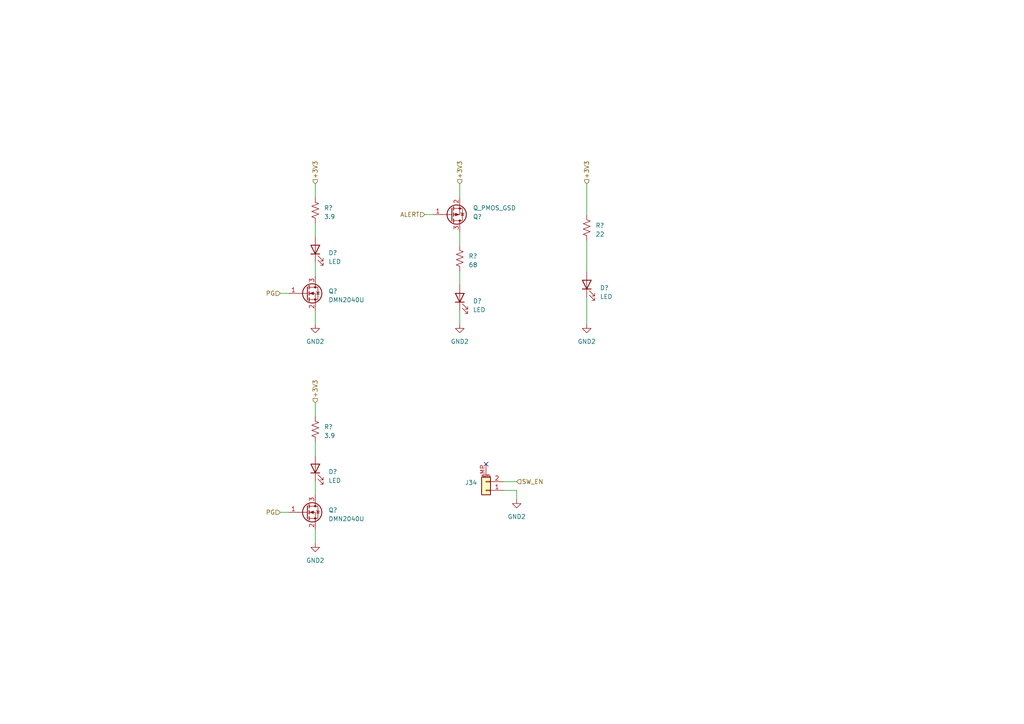
<source format=kicad_sch>
(kicad_sch (version 20230121) (generator eeschema)
  (paper "A4")
  (lib_symbols
    (symbol "Connector_Generic_MountingPin:Conn_01x02_MountingPin" (pin_names (offset 1.016) hide)
      (property "Reference" "J" (at 0 2.54 0))
      (property "Value" "Conn_01x02_MountingPin" (at 1.27 -5.08 0))
      (symbol "Conn_01x02_MountingPin_1_1"
        (rectangle (start -1.27 -2.413) (end 0 -2.667) (stroke (width 0.1524)))
        (rectangle (start -1.27 0.127) (end 0 -0.127) (stroke (width 0.1524)))
        (rectangle (start -1.27 1.27) (end 1.27 -3.81) (stroke (width 0.254)) (fill (type background)))
        (polyline (pts (xy -1.016 -4.572) (xy 1.016 -4.572)) (stroke (width 0.1524)))
        (text "Mounting" (at 0 -4.191 0) (effects (font (size 0.381 0.381))))
        (pin passive line (at -5.08 0 0) (length 3.81) (name "Pin_1") (number "1"))
        (pin passive line (at -5.08 -2.54 0) (length 3.81) (name "Pin_2") (number "2"))
        (pin passive line (at 0 -7.62 90) (length 3.048) (name "MountPin") (number "MP"))
      )
    )
    (symbol "Device:LED" (pin_numbers hide) (pin_names (offset 1.016) hide)
      (property "Reference" "D" (at 0 2.54 0))
      (property "Value" "LED" (at 0 -2.54 0))
      (symbol "LED_0_1"
        (polyline (pts (xy -1.27 -1.27) (xy -1.27 1.27)) (stroke (width 0.254)))
        (polyline (pts (xy -1.27 0) (xy 1.27 0)))
        (polyline (pts (xy 1.27 -1.27) (xy 1.27 1.27) (xy -1.27 0) (xy 1.27 -1.27)) (stroke (width 0.254)))
        (polyline (pts (xy -3.048 -0.762) (xy -4.572 -2.286) (xy -3.81 -2.286) (xy -4.572 -2.286) (xy -4.572 -1.524)))
        (polyline (pts (xy -1.778 -0.762) (xy -3.302 -2.286) (xy -2.54 -2.286) (xy -3.302 -2.286) (xy -3.302 -1.524)))
      )
      (symbol "LED_1_1"
        (pin passive line (at -3.81 0 0) (length 2.54) (name "K") (number "1"))
        (pin passive line (at 3.81 0 180) (length 2.54) (name "A") (number "2"))
      )
    )
    (symbol "Device:Q_NMOS_GSD" (pin_names (offset 0) hide)
      (property "Reference" "Q" (at 5.08 1.27 0))
      (property "Value" "Q_NMOS_GSD" (at 5.08 -1.27 0))
      (symbol "Q_NMOS_GSD_0_1"
        (polyline (pts (xy 0.254 0) (xy -2.54 0)))
        (polyline (pts (xy 0.254 1.905) (xy 0.254 -1.905)) (stroke (width 0.254)))
        (polyline (pts (xy 0.762 -1.27) (xy 0.762 -2.286)) (stroke (width 0.254)))
        (polyline (pts (xy 0.762 0.508) (xy 0.762 -0.508)) (stroke (width 0.254)))
        (polyline (pts (xy 0.762 2.286) (xy 0.762 1.27)) (stroke (width 0.254)))
        (polyline (pts (xy 2.54 2.54) (xy 2.54 1.778)))
        (polyline (pts (xy 2.54 -2.54) (xy 2.54 0) (xy 0.762 0)))
        (polyline (pts (xy 0.762 -1.778) (xy 3.302 -1.778) (xy 3.302 1.778) (xy 0.762 1.778)))
        (polyline (pts (xy 1.016 0) (xy 2.032 0.381) (xy 2.032 -0.381) (xy 1.016 0)) (fill (type outline)))
        (polyline (pts (xy 2.794 0.508) (xy 2.921 0.381) (xy 3.683 0.381) (xy 3.81 0.254)))
        (polyline (pts (xy 3.302 0.381) (xy 2.921 -0.254) (xy 3.683 -0.254) (xy 3.302 0.381)))
        (circle (center 1.651 0) (radius 2.794) (stroke (width 0.254)))
        (circle (center 2.54 -1.778) (radius 0.254) (fill (type outline)))
        (circle (center 2.54 1.778) (radius 0.254) (fill (type outline)))
      )
      (symbol "Q_NMOS_GSD_1_1"
        (pin input line (at -5.08 0 0) (length 2.54) (name "G") (number "1"))
        (pin passive line (at 2.54 -5.08 90) (length 2.54) (name "S") (number "2"))
        (pin passive line (at 2.54 5.08 270) (length 2.54) (name "D") (number "3"))
      )
    )
    (symbol "Device:Q_PMOS_GSD" (pin_names (offset 0) hide)
      (property "Reference" "Q" (at 5.08 1.27 0))
      (property "Value" "Q_PMOS_GSD" (at 5.08 -1.27 0))
      (symbol "Q_PMOS_GSD_0_1"
        (polyline (pts (xy 0.254 0) (xy -2.54 0)))
        (polyline (pts (xy 0.254 1.905) (xy 0.254 -1.905)) (stroke (width 0.254)))
        (polyline (pts (xy 0.762 -1.27) (xy 0.762 -2.286)) (stroke (width 0.254)))
        (polyline (pts (xy 0.762 0.508) (xy 0.762 -0.508)) (stroke (width 0.254)))
        (polyline (pts (xy 0.762 2.286) (xy 0.762 1.27)) (stroke (width 0.254)))
        (polyline (pts (xy 2.54 2.54) (xy 2.54 1.778)))
        (polyline (pts (xy 2.54 -2.54) (xy 2.54 0) (xy 0.762 0)))
        (polyline (pts (xy 0.762 1.778) (xy 3.302 1.778) (xy 3.302 -1.778) (xy 0.762 -1.778)))
        (polyline (pts (xy 2.286 0) (xy 1.27 0.381) (xy 1.27 -0.381) (xy 2.286 0)) (fill (type outline)))
        (polyline (pts (xy 2.794 -0.508) (xy 2.921 -0.381) (xy 3.683 -0.381) (xy 3.81 -0.254)))
        (polyline (pts (xy 3.302 -0.381) (xy 2.921 0.254) (xy 3.683 0.254) (xy 3.302 -0.381)))
        (circle (center 1.651 0) (radius 2.794) (stroke (width 0.254)))
        (circle (center 2.54 -1.778) (radius 0.254) (fill (type outline)))
        (circle (center 2.54 1.778) (radius 0.254) (fill (type outline)))
      )
      (symbol "Q_PMOS_GSD_1_1"
        (pin input line (at -5.08 0 0) (length 2.54) (name "G") (number "1"))
        (pin passive line (at 2.54 -5.08 90) (length 2.54) (name "S") (number "2"))
        (pin passive line (at 2.54 5.08 270) (length 2.54) (name "D") (number "3"))
      )
    )
    (symbol "Device:R_US" (pin_numbers hide) (pin_names (offset 0))
      (property "Reference" "R" (at 2.54 0 90))
      (property "Value" "R_US" (at -2.54 0 90))
      (symbol "R_US_0_1"
        (polyline (pts (xy 0 -2.286) (xy 0 -2.54)))
        (polyline (pts (xy 0 2.286) (xy 0 2.54)))
        (polyline (pts (xy 0 -0.762) (xy 1.016 -1.143) (xy 0 -1.524) (xy -1.016 -1.905) (xy 0 -2.286)))
        (polyline (pts (xy 0 0.762) (xy 1.016 0.381) (xy 0 0) (xy -1.016 -0.381) (xy 0 -0.762)))
        (polyline (pts (xy 0 2.286) (xy 1.016 1.905) (xy 0 1.524) (xy -1.016 1.143) (xy 0 0.762)))
      )
      (symbol "R_US_1_1"
        (pin passive line (at 0 3.81 270) (length 1.27) (name "~") (number "1"))
        (pin passive line (at 0 -3.81 90) (length 1.27) (name "~") (number "2"))
      )
    )
    (symbol "power:GND2" (power) (pin_names (offset 0))
      (property "Value" "GND2" (at 0 -3.81 0))
      (symbol "GND2_0_1"
        (polyline (pts (xy 0 0) (xy 0 -1.27) (xy 1.27 -1.27) (xy 0 -2.54) (xy -1.27 -1.27) (xy 0 -1.27)))
      )
      (symbol "GND2_1_1"
        (pin power_in line (at 0 0 270) (length 0) hide (name "GND2") (number "1"))
      )
    )
  )
  (no_connect (at 140.97 134.62))
  (wire (pts (xy 91.44 139.7) (xy 91.44 143.51)))
  (wire (pts (xy 170.18 86.36) (xy 170.18 93.98)))
  (wire (pts (xy 91.44 64.77) (xy 91.44 68.58)))
  (wire (pts (xy 146.05 139.7) (xy 149.86 139.7)))
  (wire (pts (xy 133.35 78.74) (xy 133.35 82.55)))
  (wire (pts (xy 149.86 142.24) (xy 149.86 144.78)))
  (wire (pts (xy 123.19 62.23) (xy 125.73 62.23)))
  (wire (pts (xy 170.18 69.85) (xy 170.18 78.74)))
  (wire (pts (xy 91.44 128.27) (xy 91.44 132.08)))
  (wire (pts (xy 81.28 148.59) (xy 83.82 148.59)))
  (wire (pts (xy 133.35 53.34) (xy 133.35 57.15)))
  (wire (pts (xy 91.44 76.2) (xy 91.44 80.01)))
  (wire (pts (xy 91.44 53.34) (xy 91.44 57.15)))
  (wire (pts (xy 91.44 153.67) (xy 91.44 157.48)))
  (wire (pts (xy 91.44 116.84) (xy 91.44 120.65)))
  (wire (pts (xy 81.28 85.09) (xy 83.82 85.09)))
  (wire (pts (xy 170.18 53.34) (xy 170.18 62.23)))
  (wire (pts (xy 146.05 142.24) (xy 149.86 142.24)))
  (wire (pts (xy 133.35 67.31) (xy 133.35 71.12)))
  (wire (pts (xy 133.35 90.17) (xy 133.35 93.98)))
  (wire (pts (xy 91.44 90.17) (xy 91.44 93.98)))
  (hierarchical_label "+3V3" (shape input) (at 170.18 53.34 90))
  (hierarchical_label "+3V3" (shape input) (at 91.44 116.84 90))
  (hierarchical_label "+3V3" (shape input) (at 91.44 53.34 90))
  (hierarchical_label "ALERT" (shape input) (at 123.19 62.23 180))
  (hierarchical_label "PG" (shape input) (at 81.28 85.09 180))
  (hierarchical_label "SW_EN" (shape input) (at 149.86 139.7 0))
  (hierarchical_label "PG" (shape input) (at 81.28 148.59 180))
  (hierarchical_label "+3V3" (shape input) (at 133.35 53.34 90))
  (symbol (lib_id "power:GND2") (at 133.35 93.98 0) (unit 1)
    (property "Reference" "#PWR0159" (effects hide))
    (property "Value" "GND2" (at 133.35 99.06 0))
  )
  (symbol (lib_id "Device:R_US") (at 91.44 124.46 0) (unit 1)
    (property "Reference" "R?" (at 93.98 123.825 0) (effects (justify left)))
    (property "Value" "3.9" (at 93.98 126.365 0) (effects (justify left)))
    (property "Footprint" "Resistor_THT:R_Axial_DIN0207_L6.3mm_D2.5mm_P10.16mm_Horizontal" (effects hide))
    (property "Datasheet" "https://www.yageo.com/upload/media/product/productsearch/datasheet/lr/YAGEO%20MFR_datasheet_2021v1.pdf" (effects hide))
    (property "DigiKey PN" "13-MFR-25FTE52-3R9CT-ND" (effects hide))
    (property "MPN" "MFR-25FTE52-3R9" (effects hide))
    (property "Manufacturer" "YAGEO" (effects hide))
    (instances (project "dboards" (path "" (reference "R?") (unit 1))) (project "dboards-02" (path "" (reference "R68") (unit 1))))
  )
  (symbol (lib_id "Device:Q_NMOS_GSD") (at 88.9 85.09 0) (unit 1)
    (property "Reference" "Q?" (at 95.25 84.455 0) (effects (justify left)))
    (property "Value" "DMN2040U" (at 95.25 86.995 0) (effects (justify left)))
    (property "Footprint" "Package_TO_SOT_SMD:SOT-523" (effects hide))
    (property "Datasheet" "https://www.diodes.com/assets/Datasheets/DMN2040U.pdf" (effects hide))
    (property "DigiKey PN" "31-DMN2040U-13CT-ND" (effects hide))
    (property "MPN" "DMN2040U-13" (effects hide))
    (property "Manufacturer" "Diodes Incorporated" (effects hide))
    (instances (project "dboards" (path "" (reference "Q?") (unit 1)) (path "" (reference "Q?") (unit 1))) (project "dboards-02" (path "" (reference "Q10") (unit 1))))
  )
  (symbol (lib_id "Device:LED") (at 91.44 72.39 90) (unit 1)
    (property "Reference" "D?" (at 95.25 73.3425 90) (effects (justify right)))
    (property "Value" "LED" (at 95.25 75.8825 90) (effects (justify right)))
    (property "Footprint" "LED_THT:LED_D5.0mm" (effects hide))
    (property "Datasheet" "https://media.digikey.com/pdf/Data%20Sheets/CREE%20Power/C503B-BCS_BCN_GCS_GCN_2019.pdf" (effects hide))
    (property "DigiKey PN" "C503B-GCN-CY0C0792CT-ND" (effects hide))
    (property "MPN" "C503B-GCN-CY0C0792" (effects hide))
    (property "Manufacturer" "CreeLED, Inc." (effects hide))
    (instances (project "dboards" (path "" (reference "D?") (unit 1)) (path "" (reference "D?") (unit 1))) (project "dboards-02" (path "" (reference "D11") (unit 1))))
  )
  (symbol (lib_id "Device:R_US") (at 91.44 60.96 0) (unit 1)
    (property "Reference" "R?" (at 93.98 60.325 0) (effects (justify left)))
    (property "Value" "3.9" (at 93.98 62.865 0) (effects (justify left)))
    (property "Footprint" "Resistor_THT:R_Axial_DIN0207_L6.3mm_D2.5mm_P10.16mm_Horizontal" (effects hide))
    (property "Datasheet" "https://www.yageo.com/upload/media/product/productsearch/datasheet/lr/YAGEO%20MFR_datasheet_2021v1.pdf" (effects hide))
    (property "DigiKey PN" "13-MFR-25FTE52-3R9CT-ND" (effects hide))
    (property "MPN" "MFR-25FTE52-3R9" (effects hide))
    (property "Manufacturer" "YAGEO" (effects hide))
    (instances (project "dboards" (path "" (reference "R?") (unit 1))) (project "dboards-02" (path "" (reference "R65") (unit 1))))
  )
  (symbol (lib_id "Device:Q_NMOS_GSD") (at 88.9 148.59 0) (unit 1)
    (property "Reference" "Q?" (at 95.25 147.955 0) (effects (justify left)))
    (property "Value" "DMN2040U" (at 95.25 150.495 0) (effects (justify left)))
    (property "Footprint" "Package_TO_SOT_SMD:SOT-523" (effects hide))
    (property "Datasheet" "https://www.diodes.com/assets/Datasheets/DMN2040U.pdf" (effects hide))
    (property "DigiKey PN" "31-DMN2040U-13CT-ND" (effects hide))
    (property "MPN" "DMN2040U-13" (effects hide))
    (property "Manufacturer" "Diodes Incorporated" (effects hide))
    (instances (project "dboards" (path "" (reference "Q?") (unit 1)) (path "" (reference "Q?") (unit 1))) (project "dboards-02" (path "" (reference "Q11") (unit 1))))
  )
  (symbol (lib_id "power:GND2") (at 91.44 157.48 0) (unit 1)
    (property "Reference" "#PWR0162" (effects hide))
    (property "Value" "GND2" (at 91.44 162.56 0))
  )
  (symbol (lib_id "Device:LED") (at 170.18 82.55 90) (unit 1)
    (property "Reference" "D?" (at 173.99 83.5025 90) (effects (justify right)))
    (property "Value" "LED" (at 173.99 86.0425 90) (effects (justify right)))
    (property "Footprint" "LED_SMD:LED_PLCC-2_3.4x3.0mm_AK" (effects hide))
    (property "Datasheet" "https://assets.cree-led.com/a/ds/h/HB-CLM1B-BKW-GKW.pdf" (effects hide))
    (property "DigiKey PN" "CLM1B-BKW-CTBVA353CT-ND" (effects hide))
    (property "MPN" "CLM1B-BKW-CTBVA353" (effects hide))
    (property "Manufacturer" "CreeLED, Inc." (effects hide))
    (instances (project "dboards" (path "" (reference "D?") (unit 1))) (project "dboards-02" (path "" (reference "D12") (unit 1))))
  )
  (symbol (lib_id "Connector_Generic_MountingPin:Conn_01x02_MountingPin") (at 140.97 142.24 180) (unit 1)
    (property "Reference" "J34" (at 138.43 139.9794 0) (effects (justify left)))
    (property "Value" "Conn_01x02_MountingPin" (effects hide))
    (property "Footprint" "Connector_JST:JST_XH_B2B-XH-AM_1x02_P2.50mm_Vertical" (effects hide))
    (property "Datasheet" "https://www.jst-mfg.com/product/pdf/eng/eXH.pdf" (effects hide))
    (property "DigiKey PN" "455-2273-ND" (effects hide))
    (property "MPN" "B2B-XH-AM(LF)(SN)" (effects hide))
    (property "Manufacturer" "JST Sales America Inc." (effects hide))
  )
  (symbol (lib_id "Device:LED") (at 133.35 86.36 90) (unit 1)
    (property "Reference" "D?" (at 137.16 87.3125 90) (effects (justify right)))
    (property "Value" "LED" (at 137.16 89.8525 90) (effects (justify right)))
    (property "Footprint" "LED_THT:LED_D5.0mm" (effects hide))
    (property "Datasheet" "https://assets.cree-led.com/a/ds/h/HB-C503B-RAS-RAN-AAS-AAN-RBS-RBN-ABS-ABN-RCS-RCN-ACS-ACN.pdf" (effects hide))
    (property "MPN" "C503B-RAN-CA0B0AA1" (effects hide))
    (property "DigiKey PN" "C503B-RAN-CA0B0AA1-ND" (effects hide))
    (property "Manufacturer" "CreeLED, Inc." (effects hide))
    (instances (project "dboards" (path "" (reference "D?") (unit 1)) (path "" (reference "D?") (unit 1))) (project "dboards-02" (path "" (reference "D13") (unit 1))))
  )
  (symbol (lib_id "power:GND2") (at 149.86 144.78 0) (unit 1)
    (property "Reference" "#PWR0161" (effects hide))
    (property "Value" "GND2" (at 149.86 149.86 0))
  )
  (symbol (lib_id "power:GND2") (at 170.18 93.98 0) (unit 1)
    (property "Reference" "#PWR0160" (effects hide))
    (property "Value" "GND2" (at 170.18 99.06 0))
  )
  (symbol (lib_id "Device:Q_PMOS_GSD") (at 130.81 62.23 0) (mirror x) (unit 1)
    (property "Reference" "Q?" (at 137.16 62.865 0) (effects (justify left)))
    (property "Value" "Q_PMOS_GSD" (at 137.16 60.325 0) (effects (justify left)))
    (property "Footprint" "Package_TO_SOT_SMD:SOT-523" (effects hide))
    (property "Datasheet" "https://www.diodes.com/assets/Datasheets/DMP21D0UT.pdf" (effects hide))
    (property "DigiKey PN" "DMP21D0UT-7DITR-ND" (effects hide))
    (property "MPN" "DMP21D0UT-7" (effects hide))
    (property "Manufacturer" "Diodes Incorporated" (effects hide))
    (instances (project "dboards" (path "" (reference "Q?") (unit 1))) (project "dboards-02" (path "" (reference "Q9") (unit 1))))
  )
  (symbol (lib_id "Device:R_US") (at 170.18 66.04 0) (unit 1)
    (property "Reference" "R?" (at 172.72 65.405 0) (effects (justify left)))
    (property "Value" "22" (at 172.72 67.945 0) (effects (justify left)))
    (property "Footprint" "Resistor_THT:R_Axial_DIN0207_L6.3mm_D2.5mm_P10.16mm_Horizontal" (effects hide))
    (property "Datasheet" "https://www.yageo.com/upload/media/product/productsearch/datasheet/lr/YAGEO%20MFR_datasheet_2021v1.pdf" (effects hide))
    (property "DigiKey PN" "13-MFR-25FTE52-22RCT-ND" (effects hide))
    (property "MPN" "MFR-25FTE52-22R" (effects hide))
    (property "Manufacturer" "YAGEO" (effects hide))
    (instances (project "dboards" (path "" (reference "R?") (unit 1))) (project "dboards-02" (path "" (reference "R66") (unit 1))))
  )
  (symbol (lib_id "power:GND2") (at 91.44 93.98 0) (unit 1)
    (property "Reference" "#PWR0158" (effects hide))
    (property "Value" "GND2" (at 91.44 99.06 0))
  )
  (symbol (lib_id "Device:LED") (at 91.44 135.89 90) (unit 1)
    (property "Reference" "D?" (at 95.25 136.8425 90) (effects (justify right)))
    (property "Value" "LED" (at 95.25 139.3825 90) (effects (justify right)))
    (property "Footprint" "LED_THT:LED_D5.0mm" (effects hide))
    (property "Datasheet" "https://media.digikey.com/pdf/Data%20Sheets/CREE%20Power/C503B-BCS_BCN_GCS_GCN_2019.pdf" (effects hide))
    (property "DigiKey PN" "C503B-GCN-CY0C0792CT-ND" (effects hide))
    (property "MPN" "C503B-GCN-CY0C0792" (effects hide))
    (property "Manufacturer" "CreeLED, Inc." (effects hide))
    (instances (project "dboards" (path "" (reference "D?") (unit 1)) (path "" (reference "D?") (unit 1))) (project "dboards-02" (path "" (reference "D14") (unit 1))))
  )
  (symbol (lib_id "Device:R_US") (at 133.35 74.93 0) (unit 1)
    (property "Reference" "R?" (at 135.89 74.295 0) (effects (justify left)))
    (property "Value" "68" (at 135.89 76.835 0) (effects (justify left)))
    (property "Footprint" "Resistor_THT:R_Axial_DIN0207_L6.3mm_D2.5mm_P10.16mm_Horizontal" (effects hide))
    (property "Datasheet" "https://www.yageo.com/upload/media/product/productsearch/datasheet/lr/YAGEO%20MFR_datasheet_2021v1.pdf" (effects hide))
    (property "Manufacturer" "YAGEO" (effects hide))
    (property "DigiKey PN" "13-MFR-25FRF52-68RCT-ND" (effects hide))
    (property "MPN" "MFR-25FRF52-68R" (effects hide))
    (instances (project "dboards" (path "" (reference "R?") (unit 1))) (project "dboards-02" (path "" (reference "R67") (unit 1))))
  )
)
</source>
